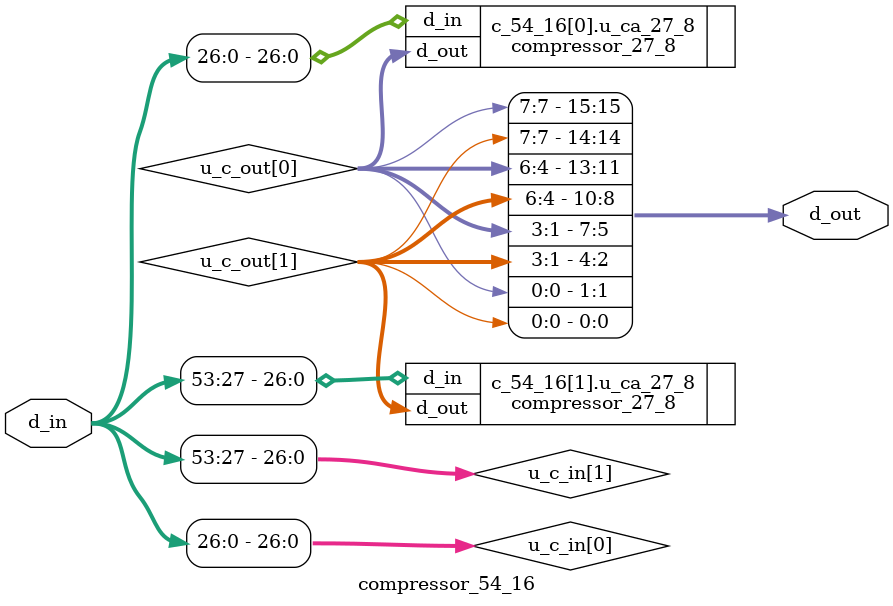
<source format=v>
module compressor_54_16
(
    input  [53:0] d_in,

    output [15:0] d_out
);



//--compressor_array input and output----------------------

wire [26:0] u_c_in[0:1];
wire [7:0] u_c_out[0:1];


//---------------------------------------------------------



//--compressor_array---------------------------------------

genvar c_i;
generate
    for(c_i = 0; c_i < 2; c_i = c_i + 1) begin:c_54_16
        assign u_c_in[c_i] = d_in[27*(c_i+1)-1:27*c_i];
        compressor_27_8 u_ca_27_8(.d_in(u_c_in[c_i]), .d_out(u_c_out[c_i]));
    end
endgenerate

//---------------------------------------------------------



//--output-------------------------------------------------

assign d_out[1:0] = {u_c_out[0][0:0],u_c_out[1][0:0]};
assign d_out[7:2] = {u_c_out[0][3:1],u_c_out[1][3:1]};
assign d_out[13:8] = {u_c_out[0][6:4],u_c_out[1][6:4]};
assign d_out[15:14] = {u_c_out[0][7:7],u_c_out[1][7:7]};

//---------------------------------------------------------


endmodule
</source>
